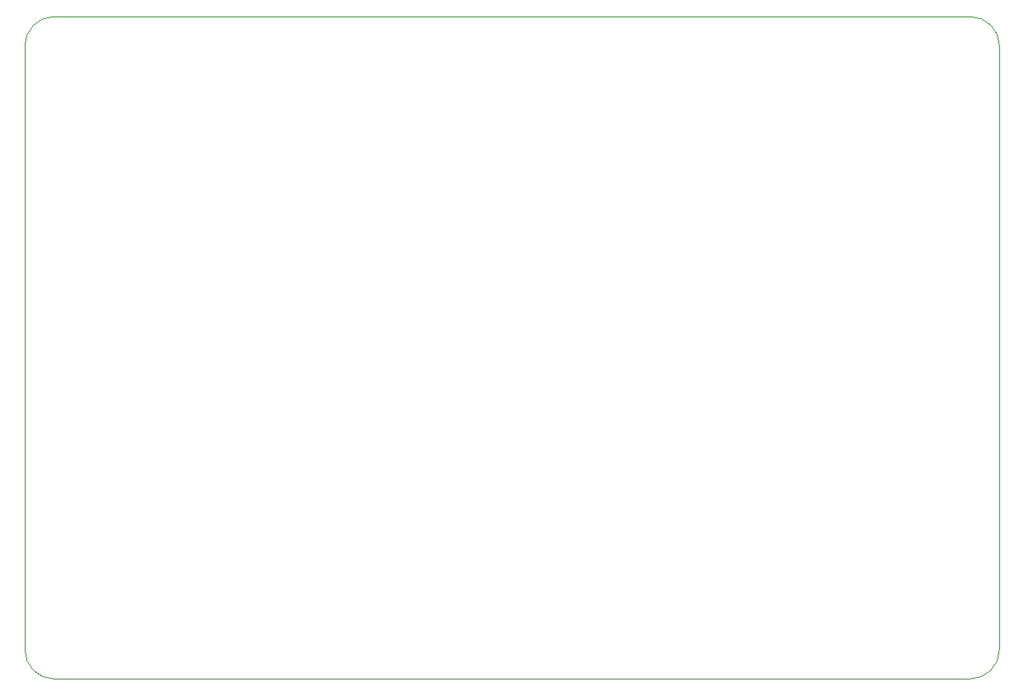
<source format=gbr>
%TF.GenerationSoftware,KiCad,Pcbnew,7.0.8*%
%TF.CreationDate,2023-11-19T15:37:25+01:00*%
%TF.ProjectId,Logger,4c6f6767-6572-42e6-9b69-6361645f7063,rev?*%
%TF.SameCoordinates,Original*%
%TF.FileFunction,Profile,NP*%
%FSLAX46Y46*%
G04 Gerber Fmt 4.6, Leading zero omitted, Abs format (unit mm)*
G04 Created by KiCad (PCBNEW 7.0.8) date 2023-11-19 15:37:25*
%MOMM*%
%LPD*%
G01*
G04 APERTURE LIST*
%TA.AperFunction,Profile*%
%ADD10C,0.100000*%
%TD*%
G04 APERTURE END LIST*
D10*
X152600000Y-69700000D02*
X152600000Y-131700000D01*
X55600000Y-66700000D02*
X149600000Y-66700000D01*
X55600000Y-66700000D02*
G75*
G03*
X52600000Y-69700000I0J-3000000D01*
G01*
X152600000Y-69700000D02*
G75*
G03*
X149600000Y-66700000I-3000000J0D01*
G01*
X52600000Y-131700000D02*
X52600000Y-69700000D01*
X52600000Y-131700000D02*
G75*
G03*
X55600000Y-134700000I3000000J0D01*
G01*
X149600000Y-134700000D02*
X55600000Y-134700000D01*
X149600000Y-134700000D02*
G75*
G03*
X152600000Y-131700000I0J3000000D01*
G01*
M02*

</source>
